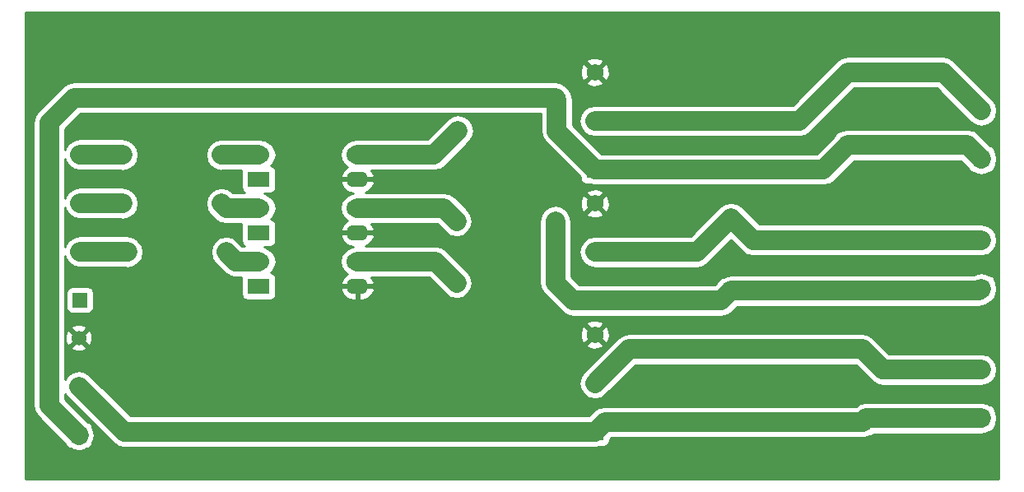
<source format=gbr>
G04 #@! TF.FileFunction,Copper,L1,Top,Signal*
%FSLAX46Y46*%
G04 Gerber Fmt 4.6, Leading zero omitted, Abs format (unit mm)*
G04 Created by KiCad (PCBNEW 4.0.7-e1-6374~58~ubuntu14.04.1) date Fri Aug 18 16:55:42 2017*
%MOMM*%
%LPD*%
G01*
G04 APERTURE LIST*
%ADD10C,0.100000*%
%ADD11C,1.524000*%
%ADD12R,1.562100X1.562100*%
%ADD13C,1.562100*%
%ADD14R,1.524000X1.524000*%
%ADD15R,1.750000X1.750000*%
%ADD16C,1.750000*%
%ADD17R,2.286000X1.574800*%
%ADD18O,2.286000X1.574800*%
%ADD19C,2.000000*%
%ADD20C,0.254000*%
G04 APERTURE END LIST*
D10*
D11*
X167580000Y-140500000D03*
X157420000Y-140500000D03*
X167580000Y-145500000D03*
X157420000Y-145500000D03*
X168080000Y-150500000D03*
X157920000Y-150500000D03*
X191920000Y-138000000D03*
X202080000Y-138000000D03*
X191770000Y-147320000D03*
X201930000Y-147320000D03*
X191770000Y-153670000D03*
X201930000Y-153670000D03*
D12*
X232000000Y-139493000D03*
D13*
X232000000Y-132000000D03*
D12*
X220000000Y-154493000D03*
D13*
X220000000Y-147000000D03*
D12*
X233500000Y-167993000D03*
D13*
X233500000Y-160500000D03*
D14*
X245745000Y-167600000D03*
D11*
X245745000Y-162600000D03*
D14*
X245745000Y-140930000D03*
D11*
X245745000Y-135930000D03*
D14*
X245745000Y-154265000D03*
D11*
X245745000Y-149265000D03*
D14*
X153035000Y-155455000D03*
D11*
X153035000Y-150455000D03*
X153035000Y-145455000D03*
X153035000Y-140455000D03*
D14*
X152908000Y-169338000D03*
D11*
X152908000Y-164338000D03*
X152908000Y-159338000D03*
D15*
X206000000Y-142000000D03*
D16*
X206000000Y-137000000D03*
X206000000Y-132000000D03*
D15*
X206000000Y-155500000D03*
D16*
X206000000Y-150500000D03*
X206000000Y-145500000D03*
D15*
X206000000Y-169000000D03*
D16*
X206000000Y-164000000D03*
X206000000Y-159000000D03*
D17*
X171420000Y-154020000D03*
D18*
X171420000Y-151480000D03*
X181580000Y-151480000D03*
X181580000Y-154020000D03*
D17*
X171420000Y-148520000D03*
D18*
X171420000Y-145980000D03*
X181580000Y-145980000D03*
X181580000Y-148520000D03*
D17*
X171420000Y-143020000D03*
D18*
X171420000Y-140480000D03*
X181580000Y-140480000D03*
X181580000Y-143020000D03*
D19*
X245745000Y-149265000D02*
X222265000Y-149265000D01*
X222265000Y-149265000D02*
X220000000Y-147000000D01*
X206000000Y-150500000D02*
X216500000Y-150500000D01*
X216500000Y-150500000D02*
X220000000Y-147000000D01*
X181580000Y-151480000D02*
X189580000Y-151480000D01*
X189580000Y-151480000D02*
X191770000Y-153670000D01*
X206000000Y-169000000D02*
X157570000Y-169000000D01*
X157570000Y-169000000D02*
X152908000Y-164338000D01*
X201930000Y-147320000D02*
X201930000Y-153670000D01*
X201930000Y-153670000D02*
X203760000Y-155500000D01*
X203760000Y-155500000D02*
X206000000Y-155500000D01*
X220000000Y-154493000D02*
X245517000Y-154493000D01*
X245517000Y-154493000D02*
X245745000Y-154265000D01*
X245745000Y-167600000D02*
X233893000Y-167600000D01*
X233893000Y-167600000D02*
X233500000Y-167993000D01*
X233500000Y-167993000D02*
X207007000Y-167993000D01*
X207007000Y-167993000D02*
X206000000Y-169000000D01*
X206000000Y-155500000D02*
X218993000Y-155500000D01*
X218993000Y-155500000D02*
X220000000Y-154493000D01*
X202080000Y-138000000D02*
X202080000Y-134770000D01*
X149860000Y-166290000D02*
X152908000Y-169338000D01*
X149860000Y-137160000D02*
X149860000Y-166290000D01*
X152400000Y-134620000D02*
X149860000Y-137160000D01*
X201930000Y-134620000D02*
X152400000Y-134620000D01*
X202080000Y-134770000D02*
X201930000Y-134620000D01*
X202080000Y-138000000D02*
X202080000Y-138080000D01*
X202080000Y-138080000D02*
X206000000Y-142000000D01*
X206000000Y-142000000D02*
X229493000Y-142000000D01*
X229493000Y-142000000D02*
X232000000Y-139493000D01*
X232000000Y-139493000D02*
X244308000Y-139493000D01*
X244308000Y-139493000D02*
X245745000Y-140930000D01*
X153035000Y-150455000D02*
X157875000Y-150455000D01*
X157875000Y-150455000D02*
X157920000Y-150500000D01*
X153035000Y-145455000D02*
X157375000Y-145455000D01*
X157375000Y-145455000D02*
X157420000Y-145500000D01*
X153035000Y-140455000D02*
X157375000Y-140455000D01*
X157375000Y-140455000D02*
X157420000Y-140500000D01*
X245745000Y-162600000D02*
X235600000Y-162600000D01*
X235600000Y-162600000D02*
X233500000Y-160500000D01*
X233500000Y-160500000D02*
X209500000Y-160500000D01*
X209500000Y-160500000D02*
X206000000Y-164000000D01*
X206000000Y-137000000D02*
X227000000Y-137000000D01*
X227000000Y-137000000D02*
X232000000Y-132000000D01*
X232000000Y-132000000D02*
X241815000Y-132000000D01*
X241815000Y-132000000D02*
X245745000Y-135930000D01*
X171420000Y-145980000D02*
X168060000Y-145980000D01*
X168060000Y-145980000D02*
X167580000Y-145500000D01*
X171420000Y-151480000D02*
X169060000Y-151480000D01*
X169060000Y-151480000D02*
X168080000Y-150500000D01*
X171420000Y-140480000D02*
X167600000Y-140480000D01*
X167600000Y-140480000D02*
X167580000Y-140500000D01*
X181580000Y-140480000D02*
X189440000Y-140480000D01*
X189440000Y-140480000D02*
X191920000Y-138000000D01*
X181580000Y-145980000D02*
X190430000Y-145980000D01*
X190430000Y-145980000D02*
X191770000Y-147320000D01*
D20*
G36*
X247523000Y-173863000D02*
X147447000Y-173863000D01*
X147447000Y-137160000D01*
X148224999Y-137160000D01*
X148225000Y-137160005D01*
X148225000Y-166289995D01*
X148224999Y-166290000D01*
X148349457Y-166915688D01*
X148703880Y-167446120D01*
X151531194Y-170273434D01*
X151542838Y-170335317D01*
X151681910Y-170551441D01*
X151894110Y-170696431D01*
X152124478Y-170743082D01*
X152282312Y-170848543D01*
X152908000Y-170973001D01*
X153533688Y-170848543D01*
X153690879Y-170743511D01*
X153905317Y-170703162D01*
X154121441Y-170564090D01*
X154266431Y-170351890D01*
X154313082Y-170121522D01*
X154418543Y-169963688D01*
X154543001Y-169338000D01*
X154418543Y-168712312D01*
X154313511Y-168555121D01*
X154273162Y-168340683D01*
X154134090Y-168124559D01*
X153921890Y-167979569D01*
X153846553Y-167964313D01*
X151495000Y-165612760D01*
X151495000Y-165109672D01*
X151751880Y-165494120D01*
X156413878Y-170156117D01*
X156413880Y-170156120D01*
X156885778Y-170471431D01*
X156944313Y-170510543D01*
X157570000Y-170635001D01*
X157570005Y-170635000D01*
X205999995Y-170635000D01*
X206000000Y-170635001D01*
X206565878Y-170522440D01*
X206875000Y-170522440D01*
X207110317Y-170478162D01*
X207326441Y-170339090D01*
X207471431Y-170126890D01*
X207522440Y-169875000D01*
X207522440Y-169789800D01*
X207684240Y-169628000D01*
X233499995Y-169628000D01*
X233500000Y-169628001D01*
X234125688Y-169503543D01*
X234248489Y-169421490D01*
X234281050Y-169421490D01*
X234516367Y-169377212D01*
X234732491Y-169238140D01*
X234734636Y-169235000D01*
X245745000Y-169235000D01*
X246370687Y-169110543D01*
X246527878Y-169005511D01*
X246742317Y-168965162D01*
X246958441Y-168826090D01*
X247103431Y-168613890D01*
X247150082Y-168383521D01*
X247255543Y-168225687D01*
X247380000Y-167600000D01*
X247255543Y-166974313D01*
X247150511Y-166817122D01*
X247110162Y-166602683D01*
X246971090Y-166386559D01*
X246758890Y-166241569D01*
X246528521Y-166194918D01*
X246370687Y-166089457D01*
X245745000Y-165965000D01*
X233893005Y-165965000D01*
X233893000Y-165964999D01*
X233267312Y-166089457D01*
X232865409Y-166358000D01*
X207007005Y-166358000D01*
X207007000Y-166357999D01*
X206381312Y-166482457D01*
X205850880Y-166836880D01*
X205322760Y-167365000D01*
X158247239Y-167365000D01*
X154882240Y-164000000D01*
X204364999Y-164000000D01*
X204489457Y-164625688D01*
X204843880Y-165156120D01*
X205374312Y-165510543D01*
X206000000Y-165635001D01*
X206625688Y-165510543D01*
X207156120Y-165156120D01*
X210177239Y-162135000D01*
X232822760Y-162135000D01*
X234443878Y-163756117D01*
X234443880Y-163756120D01*
X234974313Y-164110543D01*
X235600000Y-164235000D01*
X245745000Y-164235000D01*
X246370687Y-164110543D01*
X246901120Y-163756120D01*
X247255543Y-163225687D01*
X247380000Y-162600000D01*
X247255543Y-161974313D01*
X246901120Y-161443880D01*
X246370687Y-161089457D01*
X245745000Y-160965000D01*
X236277239Y-160965000D01*
X234656120Y-159343880D01*
X234125688Y-158989457D01*
X233500000Y-158864999D01*
X233499995Y-158865000D01*
X209500000Y-158865000D01*
X208874313Y-158989457D01*
X208343880Y-159343880D01*
X208343878Y-159343883D01*
X204843880Y-162843880D01*
X204489457Y-163374312D01*
X204364999Y-164000000D01*
X154882240Y-164000000D01*
X154064120Y-163181880D01*
X153533688Y-162827457D01*
X152908000Y-162702999D01*
X152282312Y-162827457D01*
X151751880Y-163181880D01*
X151495000Y-163566328D01*
X151495000Y-160318213D01*
X152107392Y-160318213D01*
X152176857Y-160560397D01*
X152700302Y-160747144D01*
X153255368Y-160719362D01*
X153639143Y-160560397D01*
X153708608Y-160318213D01*
X152908000Y-159517605D01*
X152107392Y-160318213D01*
X151495000Y-160318213D01*
X151495000Y-159130302D01*
X151498856Y-159130302D01*
X151526638Y-159685368D01*
X151685603Y-160069143D01*
X151927787Y-160138608D01*
X152728395Y-159338000D01*
X153087605Y-159338000D01*
X153888213Y-160138608D01*
X154130397Y-160069143D01*
X154132923Y-160062060D01*
X205117545Y-160062060D01*
X205200884Y-160315953D01*
X205765306Y-160521590D01*
X206365458Y-160495579D01*
X206799116Y-160315953D01*
X206882455Y-160062060D01*
X206000000Y-159179605D01*
X205117545Y-160062060D01*
X154132923Y-160062060D01*
X154317144Y-159545698D01*
X154289362Y-158990632D01*
X154196029Y-158765306D01*
X204478410Y-158765306D01*
X204504421Y-159365458D01*
X204684047Y-159799116D01*
X204937940Y-159882455D01*
X205820395Y-159000000D01*
X206179605Y-159000000D01*
X207062060Y-159882455D01*
X207315953Y-159799116D01*
X207521590Y-159234694D01*
X207495579Y-158634542D01*
X207315953Y-158200884D01*
X207062060Y-158117545D01*
X206179605Y-159000000D01*
X205820395Y-159000000D01*
X204937940Y-158117545D01*
X204684047Y-158200884D01*
X204478410Y-158765306D01*
X154196029Y-158765306D01*
X154130397Y-158606857D01*
X153888213Y-158537392D01*
X153087605Y-159338000D01*
X152728395Y-159338000D01*
X151927787Y-158537392D01*
X151685603Y-158606857D01*
X151498856Y-159130302D01*
X151495000Y-159130302D01*
X151495000Y-158357787D01*
X152107392Y-158357787D01*
X152908000Y-159158395D01*
X153708608Y-158357787D01*
X153639143Y-158115603D01*
X153141161Y-157937940D01*
X205117545Y-157937940D01*
X206000000Y-158820395D01*
X206882455Y-157937940D01*
X206799116Y-157684047D01*
X206234694Y-157478410D01*
X205634542Y-157504421D01*
X205200884Y-157684047D01*
X205117545Y-157937940D01*
X153141161Y-157937940D01*
X153115698Y-157928856D01*
X152560632Y-157956638D01*
X152176857Y-158115603D01*
X152107392Y-158357787D01*
X151495000Y-158357787D01*
X151495000Y-154693000D01*
X151625560Y-154693000D01*
X151625560Y-156217000D01*
X151669838Y-156452317D01*
X151808910Y-156668441D01*
X152021110Y-156813431D01*
X152273000Y-156864440D01*
X153797000Y-156864440D01*
X154032317Y-156820162D01*
X154248441Y-156681090D01*
X154393431Y-156468890D01*
X154444440Y-156217000D01*
X154444440Y-154693000D01*
X154400162Y-154457683D01*
X154261090Y-154241559D01*
X154048890Y-154096569D01*
X153797000Y-154045560D01*
X152273000Y-154045560D01*
X152037683Y-154089838D01*
X151821559Y-154228910D01*
X151676569Y-154441110D01*
X151625560Y-154693000D01*
X151495000Y-154693000D01*
X151495000Y-150932597D01*
X151524457Y-151080687D01*
X151878880Y-151611120D01*
X152409313Y-151965543D01*
X153035000Y-152090000D01*
X157693767Y-152090000D01*
X157920000Y-152135001D01*
X158545688Y-152010543D01*
X159076120Y-151656120D01*
X159430543Y-151125688D01*
X159555001Y-150500000D01*
X159430543Y-149874313D01*
X159076120Y-149343881D01*
X159031120Y-149298880D01*
X158500688Y-148944457D01*
X157875000Y-148819999D01*
X157874995Y-148820000D01*
X153035000Y-148820000D01*
X152409313Y-148944457D01*
X151878880Y-149298880D01*
X151524457Y-149829313D01*
X151495000Y-149977403D01*
X151495000Y-145932597D01*
X151524457Y-146080687D01*
X151878880Y-146611120D01*
X152409313Y-146965543D01*
X153035000Y-147090000D01*
X157193767Y-147090000D01*
X157420000Y-147135001D01*
X158045688Y-147010543D01*
X158576120Y-146656120D01*
X158930543Y-146125688D01*
X159055001Y-145500000D01*
X158930543Y-144874313D01*
X158576120Y-144343881D01*
X158531120Y-144298880D01*
X158000688Y-143944457D01*
X157375000Y-143819999D01*
X157374995Y-143820000D01*
X153035000Y-143820000D01*
X152409313Y-143944457D01*
X151878880Y-144298880D01*
X151524457Y-144829313D01*
X151495000Y-144977403D01*
X151495000Y-140932597D01*
X151524457Y-141080687D01*
X151878880Y-141611120D01*
X152409313Y-141965543D01*
X153035000Y-142090000D01*
X157193767Y-142090000D01*
X157420000Y-142135001D01*
X158045688Y-142010543D01*
X158576120Y-141656120D01*
X158930543Y-141125688D01*
X159055001Y-140500000D01*
X165944999Y-140500000D01*
X166069457Y-141125688D01*
X166423880Y-141656120D01*
X166954312Y-142010543D01*
X167580000Y-142135001D01*
X167680551Y-142115000D01*
X169653375Y-142115000D01*
X169629560Y-142232600D01*
X169629560Y-143807400D01*
X169673838Y-144042717D01*
X169812910Y-144258841D01*
X169939008Y-144345000D01*
X168737240Y-144345000D01*
X168736120Y-144343880D01*
X168205688Y-143989457D01*
X167580000Y-143864999D01*
X166954312Y-143989457D01*
X166423880Y-144343880D01*
X166069457Y-144874312D01*
X165944999Y-145500000D01*
X166069457Y-146125688D01*
X166423880Y-146656120D01*
X166903878Y-147136117D01*
X166903880Y-147136120D01*
X167419597Y-147480710D01*
X167434313Y-147490543D01*
X168060000Y-147615001D01*
X168060005Y-147615000D01*
X169653375Y-147615000D01*
X169629560Y-147732600D01*
X169629560Y-149307400D01*
X169673838Y-149542717D01*
X169812910Y-149758841D01*
X169939008Y-149845000D01*
X169737239Y-149845000D01*
X169236120Y-149343880D01*
X168705688Y-148989457D01*
X168080000Y-148864999D01*
X167454312Y-148989457D01*
X166923880Y-149343880D01*
X166569457Y-149874312D01*
X166444999Y-150500000D01*
X166569457Y-151125688D01*
X166923880Y-151656120D01*
X167903878Y-152636117D01*
X167903880Y-152636120D01*
X168221851Y-152848581D01*
X168434312Y-152990543D01*
X169060000Y-153115000D01*
X169653375Y-153115000D01*
X169629560Y-153232600D01*
X169629560Y-154807400D01*
X169673838Y-155042717D01*
X169812910Y-155258841D01*
X170025110Y-155403831D01*
X170277000Y-155454840D01*
X172563000Y-155454840D01*
X172798317Y-155410562D01*
X173014441Y-155271490D01*
X173159431Y-155059290D01*
X173210440Y-154807400D01*
X173210440Y-154367060D01*
X179844990Y-154367060D01*
X179861673Y-154446996D01*
X180128809Y-154935986D01*
X180562738Y-155285525D01*
X181097400Y-155442400D01*
X181453000Y-155442400D01*
X181453000Y-154147000D01*
X181707000Y-154147000D01*
X181707000Y-155442400D01*
X182062600Y-155442400D01*
X182597262Y-155285525D01*
X183031191Y-154935986D01*
X183298327Y-154446996D01*
X183315010Y-154367060D01*
X183192852Y-154147000D01*
X181707000Y-154147000D01*
X181453000Y-154147000D01*
X179967148Y-154147000D01*
X179844990Y-154367060D01*
X173210440Y-154367060D01*
X173210440Y-153232600D01*
X173166162Y-152997283D01*
X173027090Y-152781159D01*
X172814890Y-152636169D01*
X172643197Y-152601400D01*
X172816222Y-152485789D01*
X173124559Y-152024329D01*
X173232833Y-151480000D01*
X179767167Y-151480000D01*
X179875441Y-152024329D01*
X180183778Y-152485789D01*
X180578830Y-152749754D01*
X180562738Y-152754475D01*
X180128809Y-153104014D01*
X179861673Y-153593004D01*
X179844990Y-153672940D01*
X179967148Y-153893000D01*
X181453000Y-153893000D01*
X181453000Y-153873000D01*
X181707000Y-153873000D01*
X181707000Y-153893000D01*
X183192852Y-153893000D01*
X183315010Y-153672940D01*
X183298327Y-153593004D01*
X183037193Y-153115000D01*
X188902760Y-153115000D01*
X190613881Y-154826120D01*
X191144313Y-155180543D01*
X191770000Y-155305001D01*
X192395688Y-155180543D01*
X192926120Y-154826120D01*
X193280543Y-154295688D01*
X193405001Y-153670000D01*
X200294999Y-153670000D01*
X200419457Y-154295688D01*
X200773880Y-154826120D01*
X202603878Y-156656117D01*
X202603880Y-156656120D01*
X202839313Y-156813431D01*
X203134312Y-157010543D01*
X203760000Y-157135001D01*
X203760005Y-157135000D01*
X218992995Y-157135000D01*
X218993000Y-157135001D01*
X219618688Y-157010543D01*
X220149120Y-156656120D01*
X220677240Y-156128000D01*
X245516995Y-156128000D01*
X245517000Y-156128001D01*
X246142688Y-156003543D01*
X246673120Y-155649120D01*
X246680434Y-155641806D01*
X246742317Y-155630162D01*
X246958441Y-155491090D01*
X247103431Y-155278890D01*
X247150082Y-155048521D01*
X247255543Y-154890687D01*
X247380001Y-154265000D01*
X247255543Y-153639312D01*
X247150511Y-153482121D01*
X247110162Y-153267683D01*
X246971090Y-153051559D01*
X246758890Y-152906569D01*
X246528522Y-152859918D01*
X246370688Y-152754457D01*
X245745000Y-152629999D01*
X245119313Y-152754457D01*
X244964350Y-152858000D01*
X220000005Y-152858000D01*
X220000000Y-152857999D01*
X219374312Y-152982457D01*
X219251511Y-153064510D01*
X219218950Y-153064510D01*
X218983633Y-153108788D01*
X218767509Y-153247860D01*
X218622519Y-153460060D01*
X218597588Y-153583172D01*
X218315760Y-153865000D01*
X204437239Y-153865000D01*
X203565000Y-152992760D01*
X203565000Y-150500000D01*
X204365000Y-150500000D01*
X204489457Y-151125687D01*
X204843880Y-151656120D01*
X205374313Y-152010543D01*
X206000000Y-152135000D01*
X216499995Y-152135000D01*
X216500000Y-152135001D01*
X217125688Y-152010543D01*
X217656120Y-151656120D01*
X220000000Y-149312239D01*
X221108878Y-150421117D01*
X221108880Y-150421120D01*
X221188337Y-150474211D01*
X221639313Y-150775543D01*
X222265000Y-150900001D01*
X222265005Y-150900000D01*
X245745000Y-150900000D01*
X246370687Y-150775543D01*
X246901120Y-150421120D01*
X247255543Y-149890687D01*
X247380000Y-149265000D01*
X247255543Y-148639313D01*
X246901120Y-148108880D01*
X246370687Y-147754457D01*
X245745000Y-147630000D01*
X222942239Y-147630000D01*
X221156120Y-145843880D01*
X220625688Y-145489457D01*
X220000000Y-145364999D01*
X219374312Y-145489457D01*
X218843880Y-145843880D01*
X218843878Y-145843883D01*
X215822760Y-148865000D01*
X206000000Y-148865000D01*
X205374313Y-148989457D01*
X204843880Y-149343880D01*
X204489457Y-149874313D01*
X204365000Y-150500000D01*
X203565000Y-150500000D01*
X203565000Y-147320000D01*
X203440543Y-146694313D01*
X203352175Y-146562060D01*
X205117545Y-146562060D01*
X205200884Y-146815953D01*
X205765306Y-147021590D01*
X206365458Y-146995579D01*
X206799116Y-146815953D01*
X206882455Y-146562060D01*
X206000000Y-145679605D01*
X205117545Y-146562060D01*
X203352175Y-146562060D01*
X203086120Y-146163880D01*
X202555687Y-145809457D01*
X201930000Y-145685000D01*
X201304313Y-145809457D01*
X200773880Y-146163880D01*
X200419457Y-146694313D01*
X200295000Y-147320000D01*
X200295000Y-153669995D01*
X200294999Y-153670000D01*
X193405001Y-153670000D01*
X193280543Y-153044313D01*
X192926120Y-152513881D01*
X190736120Y-150323880D01*
X190205688Y-149969457D01*
X189580000Y-149844999D01*
X189579995Y-149845000D01*
X182394559Y-149845000D01*
X182597262Y-149785525D01*
X183031191Y-149435986D01*
X183298327Y-148946996D01*
X183315010Y-148867060D01*
X183192852Y-148647000D01*
X181707000Y-148647000D01*
X181707000Y-148667000D01*
X181453000Y-148667000D01*
X181453000Y-148647000D01*
X179967148Y-148647000D01*
X179844990Y-148867060D01*
X179861673Y-148946996D01*
X180128809Y-149435986D01*
X180562738Y-149785525D01*
X181094547Y-149941563D01*
X180954313Y-149969457D01*
X180666760Y-150161593D01*
X180645238Y-150165874D01*
X180183778Y-150474211D01*
X179875441Y-150935671D01*
X179767167Y-151480000D01*
X173232833Y-151480000D01*
X173124559Y-150935671D01*
X172816222Y-150474211D01*
X172354762Y-150165874D01*
X172333240Y-150161593D01*
X172045687Y-149969457D01*
X171972202Y-149954840D01*
X172563000Y-149954840D01*
X172798317Y-149910562D01*
X173014441Y-149771490D01*
X173159431Y-149559290D01*
X173210440Y-149307400D01*
X173210440Y-147732600D01*
X173166162Y-147497283D01*
X173027090Y-147281159D01*
X172814890Y-147136169D01*
X172643197Y-147101400D01*
X172816222Y-146985789D01*
X173124559Y-146524329D01*
X173232833Y-145980000D01*
X179767167Y-145980000D01*
X179875441Y-146524329D01*
X180183778Y-146985789D01*
X180578830Y-147249754D01*
X180562738Y-147254475D01*
X180128809Y-147604014D01*
X179861673Y-148093004D01*
X179844990Y-148172940D01*
X179967148Y-148393000D01*
X181453000Y-148393000D01*
X181453000Y-148373000D01*
X181707000Y-148373000D01*
X181707000Y-148393000D01*
X183192852Y-148393000D01*
X183315010Y-148172940D01*
X183298327Y-148093004D01*
X183037193Y-147615000D01*
X189752760Y-147615000D01*
X190613880Y-148476119D01*
X191144312Y-148830543D01*
X191770000Y-148955000D01*
X192395688Y-148830543D01*
X192926119Y-148476119D01*
X193280543Y-147945688D01*
X193405000Y-147320000D01*
X193280543Y-146694312D01*
X192926119Y-146163880D01*
X192027546Y-145265306D01*
X204478410Y-145265306D01*
X204504421Y-145865458D01*
X204684047Y-146299116D01*
X204937940Y-146382455D01*
X205820395Y-145500000D01*
X206179605Y-145500000D01*
X207062060Y-146382455D01*
X207315953Y-146299116D01*
X207521590Y-145734694D01*
X207495579Y-145134542D01*
X207315953Y-144700884D01*
X207062060Y-144617545D01*
X206179605Y-145500000D01*
X205820395Y-145500000D01*
X204937940Y-144617545D01*
X204684047Y-144700884D01*
X204478410Y-145265306D01*
X192027546Y-145265306D01*
X191586120Y-144823880D01*
X191055688Y-144469457D01*
X190897243Y-144437940D01*
X205117545Y-144437940D01*
X206000000Y-145320395D01*
X206882455Y-144437940D01*
X206799116Y-144184047D01*
X206234694Y-143978410D01*
X205634542Y-144004421D01*
X205200884Y-144184047D01*
X205117545Y-144437940D01*
X190897243Y-144437940D01*
X190430000Y-144344999D01*
X190429995Y-144345000D01*
X182394559Y-144345000D01*
X182597262Y-144285525D01*
X183031191Y-143935986D01*
X183298327Y-143446996D01*
X183315010Y-143367060D01*
X183192852Y-143147000D01*
X181707000Y-143147000D01*
X181707000Y-143167000D01*
X181453000Y-143167000D01*
X181453000Y-143147000D01*
X179967148Y-143147000D01*
X179844990Y-143367060D01*
X179861673Y-143446996D01*
X180128809Y-143935986D01*
X180562738Y-144285525D01*
X181094547Y-144441563D01*
X180954313Y-144469457D01*
X180666760Y-144661593D01*
X180645238Y-144665874D01*
X180183778Y-144974211D01*
X179875441Y-145435671D01*
X179767167Y-145980000D01*
X173232833Y-145980000D01*
X173124559Y-145435671D01*
X172816222Y-144974211D01*
X172354762Y-144665874D01*
X172333240Y-144661593D01*
X172045687Y-144469457D01*
X171972202Y-144454840D01*
X172563000Y-144454840D01*
X172798317Y-144410562D01*
X173014441Y-144271490D01*
X173159431Y-144059290D01*
X173210440Y-143807400D01*
X173210440Y-142232600D01*
X173166162Y-141997283D01*
X173027090Y-141781159D01*
X172814890Y-141636169D01*
X172643197Y-141601400D01*
X172816222Y-141485789D01*
X173124559Y-141024329D01*
X173232833Y-140480000D01*
X179767167Y-140480000D01*
X179875441Y-141024329D01*
X180183778Y-141485789D01*
X180578830Y-141749754D01*
X180562738Y-141754475D01*
X180128809Y-142104014D01*
X179861673Y-142593004D01*
X179844990Y-142672940D01*
X179967148Y-142893000D01*
X181453000Y-142893000D01*
X181453000Y-142873000D01*
X181707000Y-142873000D01*
X181707000Y-142893000D01*
X183192852Y-142893000D01*
X183315010Y-142672940D01*
X183298327Y-142593004D01*
X183037193Y-142115000D01*
X189439995Y-142115000D01*
X189440000Y-142115001D01*
X190065688Y-141990543D01*
X190596120Y-141636120D01*
X193076120Y-139156119D01*
X193430543Y-138625687D01*
X193555001Y-138000000D01*
X193430543Y-137374312D01*
X193076120Y-136843880D01*
X192545688Y-136489457D01*
X191920000Y-136364999D01*
X191294313Y-136489457D01*
X190763881Y-136843880D01*
X188762760Y-138845000D01*
X181580000Y-138845000D01*
X180954313Y-138969457D01*
X180666760Y-139161593D01*
X180645238Y-139165874D01*
X180183778Y-139474211D01*
X179875441Y-139935671D01*
X179767167Y-140480000D01*
X173232833Y-140480000D01*
X173124559Y-139935671D01*
X172816222Y-139474211D01*
X172354762Y-139165874D01*
X172333240Y-139161593D01*
X172045687Y-138969457D01*
X171420000Y-138845000D01*
X167600000Y-138845000D01*
X166974312Y-138969457D01*
X166761851Y-139111419D01*
X166443880Y-139323880D01*
X166443878Y-139323883D01*
X166423880Y-139343880D01*
X166069457Y-139874312D01*
X165944999Y-140500000D01*
X159055001Y-140500000D01*
X158930543Y-139874313D01*
X158576120Y-139343881D01*
X158531120Y-139298880D01*
X158000688Y-138944457D01*
X157375000Y-138819999D01*
X157374995Y-138820000D01*
X153035000Y-138820000D01*
X152409313Y-138944457D01*
X151878880Y-139298880D01*
X151524457Y-139829313D01*
X151495000Y-139977403D01*
X151495000Y-137837240D01*
X153077239Y-136255000D01*
X200445000Y-136255000D01*
X200445000Y-138079995D01*
X200444999Y-138080000D01*
X200569457Y-138705688D01*
X200923880Y-139236120D01*
X204477560Y-142789799D01*
X204477560Y-142875000D01*
X204521838Y-143110317D01*
X204660910Y-143326441D01*
X204873110Y-143471431D01*
X205125000Y-143522440D01*
X205434122Y-143522440D01*
X206000000Y-143635000D01*
X229492995Y-143635000D01*
X229493000Y-143635001D01*
X230118688Y-143510543D01*
X230649120Y-143156120D01*
X232677239Y-141128000D01*
X243630760Y-141128000D01*
X244368194Y-141865434D01*
X244379838Y-141927317D01*
X244518910Y-142143441D01*
X244731110Y-142288431D01*
X244961478Y-142335082D01*
X245119312Y-142440543D01*
X245745000Y-142565001D01*
X246370688Y-142440543D01*
X246527879Y-142335511D01*
X246742317Y-142295162D01*
X246958441Y-142156090D01*
X247103431Y-141943890D01*
X247150082Y-141713522D01*
X247255543Y-141555688D01*
X247380001Y-140930000D01*
X247255543Y-140304312D01*
X247150511Y-140147121D01*
X247110162Y-139932683D01*
X246971090Y-139716559D01*
X246758890Y-139571569D01*
X246683553Y-139556313D01*
X245464120Y-138336880D01*
X244933688Y-137982457D01*
X244308000Y-137857999D01*
X244307995Y-137858000D01*
X232000000Y-137858000D01*
X231374313Y-137982457D01*
X231251512Y-138064510D01*
X231218950Y-138064510D01*
X230983633Y-138108788D01*
X230767509Y-138247860D01*
X230622519Y-138460060D01*
X230597588Y-138583173D01*
X228815760Y-140365000D01*
X206677239Y-140365000D01*
X203715000Y-137402760D01*
X203715000Y-137000000D01*
X204365000Y-137000000D01*
X204489457Y-137625687D01*
X204843880Y-138156120D01*
X205374313Y-138510543D01*
X206000000Y-138635000D01*
X226999995Y-138635000D01*
X227000000Y-138635001D01*
X227625688Y-138510543D01*
X228156120Y-138156120D01*
X232677239Y-133635000D01*
X241137760Y-133635000D01*
X244588880Y-137086119D01*
X245119312Y-137440543D01*
X245745000Y-137565000D01*
X246370687Y-137440543D01*
X246901119Y-137086119D01*
X247255543Y-136555687D01*
X247380000Y-135930000D01*
X247255543Y-135304312D01*
X246901119Y-134773880D01*
X242971120Y-130843880D01*
X242440688Y-130489457D01*
X241815000Y-130364999D01*
X241814995Y-130365000D01*
X232000005Y-130365000D01*
X232000000Y-130364999D01*
X231374312Y-130489457D01*
X231109097Y-130666668D01*
X230843880Y-130843880D01*
X230843878Y-130843883D01*
X226322760Y-135365000D01*
X206000000Y-135365000D01*
X205374313Y-135489457D01*
X204843880Y-135843880D01*
X204489457Y-136374313D01*
X204365000Y-137000000D01*
X203715000Y-137000000D01*
X203715000Y-134770005D01*
X203715001Y-134770000D01*
X203590543Y-134144312D01*
X203236120Y-133613880D01*
X203086120Y-133463880D01*
X202555688Y-133109457D01*
X202317409Y-133062060D01*
X205117545Y-133062060D01*
X205200884Y-133315953D01*
X205765306Y-133521590D01*
X206365458Y-133495579D01*
X206799116Y-133315953D01*
X206882455Y-133062060D01*
X206000000Y-132179605D01*
X205117545Y-133062060D01*
X202317409Y-133062060D01*
X201930000Y-132984999D01*
X201929995Y-132985000D01*
X152400000Y-132985000D01*
X151774313Y-133109457D01*
X151243880Y-133463880D01*
X151243878Y-133463883D01*
X148703880Y-136003880D01*
X148349457Y-136534312D01*
X148224999Y-137160000D01*
X147447000Y-137160000D01*
X147447000Y-131765306D01*
X204478410Y-131765306D01*
X204504421Y-132365458D01*
X204684047Y-132799116D01*
X204937940Y-132882455D01*
X205820395Y-132000000D01*
X206179605Y-132000000D01*
X207062060Y-132882455D01*
X207315953Y-132799116D01*
X207521590Y-132234694D01*
X207495579Y-131634542D01*
X207315953Y-131200884D01*
X207062060Y-131117545D01*
X206179605Y-132000000D01*
X205820395Y-132000000D01*
X204937940Y-131117545D01*
X204684047Y-131200884D01*
X204478410Y-131765306D01*
X147447000Y-131765306D01*
X147447000Y-130937940D01*
X205117545Y-130937940D01*
X206000000Y-131820395D01*
X206882455Y-130937940D01*
X206799116Y-130684047D01*
X206234694Y-130478410D01*
X205634542Y-130504421D01*
X205200884Y-130684047D01*
X205117545Y-130937940D01*
X147447000Y-130937940D01*
X147447000Y-125857000D01*
X247523000Y-125857000D01*
X247523000Y-173863000D01*
X247523000Y-173863000D01*
G37*
X247523000Y-173863000D02*
X147447000Y-173863000D01*
X147447000Y-137160000D01*
X148224999Y-137160000D01*
X148225000Y-137160005D01*
X148225000Y-166289995D01*
X148224999Y-166290000D01*
X148349457Y-166915688D01*
X148703880Y-167446120D01*
X151531194Y-170273434D01*
X151542838Y-170335317D01*
X151681910Y-170551441D01*
X151894110Y-170696431D01*
X152124478Y-170743082D01*
X152282312Y-170848543D01*
X152908000Y-170973001D01*
X153533688Y-170848543D01*
X153690879Y-170743511D01*
X153905317Y-170703162D01*
X154121441Y-170564090D01*
X154266431Y-170351890D01*
X154313082Y-170121522D01*
X154418543Y-169963688D01*
X154543001Y-169338000D01*
X154418543Y-168712312D01*
X154313511Y-168555121D01*
X154273162Y-168340683D01*
X154134090Y-168124559D01*
X153921890Y-167979569D01*
X153846553Y-167964313D01*
X151495000Y-165612760D01*
X151495000Y-165109672D01*
X151751880Y-165494120D01*
X156413878Y-170156117D01*
X156413880Y-170156120D01*
X156885778Y-170471431D01*
X156944313Y-170510543D01*
X157570000Y-170635001D01*
X157570005Y-170635000D01*
X205999995Y-170635000D01*
X206000000Y-170635001D01*
X206565878Y-170522440D01*
X206875000Y-170522440D01*
X207110317Y-170478162D01*
X207326441Y-170339090D01*
X207471431Y-170126890D01*
X207522440Y-169875000D01*
X207522440Y-169789800D01*
X207684240Y-169628000D01*
X233499995Y-169628000D01*
X233500000Y-169628001D01*
X234125688Y-169503543D01*
X234248489Y-169421490D01*
X234281050Y-169421490D01*
X234516367Y-169377212D01*
X234732491Y-169238140D01*
X234734636Y-169235000D01*
X245745000Y-169235000D01*
X246370687Y-169110543D01*
X246527878Y-169005511D01*
X246742317Y-168965162D01*
X246958441Y-168826090D01*
X247103431Y-168613890D01*
X247150082Y-168383521D01*
X247255543Y-168225687D01*
X247380000Y-167600000D01*
X247255543Y-166974313D01*
X247150511Y-166817122D01*
X247110162Y-166602683D01*
X246971090Y-166386559D01*
X246758890Y-166241569D01*
X246528521Y-166194918D01*
X246370687Y-166089457D01*
X245745000Y-165965000D01*
X233893005Y-165965000D01*
X233893000Y-165964999D01*
X233267312Y-166089457D01*
X232865409Y-166358000D01*
X207007005Y-166358000D01*
X207007000Y-166357999D01*
X206381312Y-166482457D01*
X205850880Y-166836880D01*
X205322760Y-167365000D01*
X158247239Y-167365000D01*
X154882240Y-164000000D01*
X204364999Y-164000000D01*
X204489457Y-164625688D01*
X204843880Y-165156120D01*
X205374312Y-165510543D01*
X206000000Y-165635001D01*
X206625688Y-165510543D01*
X207156120Y-165156120D01*
X210177239Y-162135000D01*
X232822760Y-162135000D01*
X234443878Y-163756117D01*
X234443880Y-163756120D01*
X234974313Y-164110543D01*
X235600000Y-164235000D01*
X245745000Y-164235000D01*
X246370687Y-164110543D01*
X246901120Y-163756120D01*
X247255543Y-163225687D01*
X247380000Y-162600000D01*
X247255543Y-161974313D01*
X246901120Y-161443880D01*
X246370687Y-161089457D01*
X245745000Y-160965000D01*
X236277239Y-160965000D01*
X234656120Y-159343880D01*
X234125688Y-158989457D01*
X233500000Y-158864999D01*
X233499995Y-158865000D01*
X209500000Y-158865000D01*
X208874313Y-158989457D01*
X208343880Y-159343880D01*
X208343878Y-159343883D01*
X204843880Y-162843880D01*
X204489457Y-163374312D01*
X204364999Y-164000000D01*
X154882240Y-164000000D01*
X154064120Y-163181880D01*
X153533688Y-162827457D01*
X152908000Y-162702999D01*
X152282312Y-162827457D01*
X151751880Y-163181880D01*
X151495000Y-163566328D01*
X151495000Y-160318213D01*
X152107392Y-160318213D01*
X152176857Y-160560397D01*
X152700302Y-160747144D01*
X153255368Y-160719362D01*
X153639143Y-160560397D01*
X153708608Y-160318213D01*
X152908000Y-159517605D01*
X152107392Y-160318213D01*
X151495000Y-160318213D01*
X151495000Y-159130302D01*
X151498856Y-159130302D01*
X151526638Y-159685368D01*
X151685603Y-160069143D01*
X151927787Y-160138608D01*
X152728395Y-159338000D01*
X153087605Y-159338000D01*
X153888213Y-160138608D01*
X154130397Y-160069143D01*
X154132923Y-160062060D01*
X205117545Y-160062060D01*
X205200884Y-160315953D01*
X205765306Y-160521590D01*
X206365458Y-160495579D01*
X206799116Y-160315953D01*
X206882455Y-160062060D01*
X206000000Y-159179605D01*
X205117545Y-160062060D01*
X154132923Y-160062060D01*
X154317144Y-159545698D01*
X154289362Y-158990632D01*
X154196029Y-158765306D01*
X204478410Y-158765306D01*
X204504421Y-159365458D01*
X204684047Y-159799116D01*
X204937940Y-159882455D01*
X205820395Y-159000000D01*
X206179605Y-159000000D01*
X207062060Y-159882455D01*
X207315953Y-159799116D01*
X207521590Y-159234694D01*
X207495579Y-158634542D01*
X207315953Y-158200884D01*
X207062060Y-158117545D01*
X206179605Y-159000000D01*
X205820395Y-159000000D01*
X204937940Y-158117545D01*
X204684047Y-158200884D01*
X204478410Y-158765306D01*
X154196029Y-158765306D01*
X154130397Y-158606857D01*
X153888213Y-158537392D01*
X153087605Y-159338000D01*
X152728395Y-159338000D01*
X151927787Y-158537392D01*
X151685603Y-158606857D01*
X151498856Y-159130302D01*
X151495000Y-159130302D01*
X151495000Y-158357787D01*
X152107392Y-158357787D01*
X152908000Y-159158395D01*
X153708608Y-158357787D01*
X153639143Y-158115603D01*
X153141161Y-157937940D01*
X205117545Y-157937940D01*
X206000000Y-158820395D01*
X206882455Y-157937940D01*
X206799116Y-157684047D01*
X206234694Y-157478410D01*
X205634542Y-157504421D01*
X205200884Y-157684047D01*
X205117545Y-157937940D01*
X153141161Y-157937940D01*
X153115698Y-157928856D01*
X152560632Y-157956638D01*
X152176857Y-158115603D01*
X152107392Y-158357787D01*
X151495000Y-158357787D01*
X151495000Y-154693000D01*
X151625560Y-154693000D01*
X151625560Y-156217000D01*
X151669838Y-156452317D01*
X151808910Y-156668441D01*
X152021110Y-156813431D01*
X152273000Y-156864440D01*
X153797000Y-156864440D01*
X154032317Y-156820162D01*
X154248441Y-156681090D01*
X154393431Y-156468890D01*
X154444440Y-156217000D01*
X154444440Y-154693000D01*
X154400162Y-154457683D01*
X154261090Y-154241559D01*
X154048890Y-154096569D01*
X153797000Y-154045560D01*
X152273000Y-154045560D01*
X152037683Y-154089838D01*
X151821559Y-154228910D01*
X151676569Y-154441110D01*
X151625560Y-154693000D01*
X151495000Y-154693000D01*
X151495000Y-150932597D01*
X151524457Y-151080687D01*
X151878880Y-151611120D01*
X152409313Y-151965543D01*
X153035000Y-152090000D01*
X157693767Y-152090000D01*
X157920000Y-152135001D01*
X158545688Y-152010543D01*
X159076120Y-151656120D01*
X159430543Y-151125688D01*
X159555001Y-150500000D01*
X159430543Y-149874313D01*
X159076120Y-149343881D01*
X159031120Y-149298880D01*
X158500688Y-148944457D01*
X157875000Y-148819999D01*
X157874995Y-148820000D01*
X153035000Y-148820000D01*
X152409313Y-148944457D01*
X151878880Y-149298880D01*
X151524457Y-149829313D01*
X151495000Y-149977403D01*
X151495000Y-145932597D01*
X151524457Y-146080687D01*
X151878880Y-146611120D01*
X152409313Y-146965543D01*
X153035000Y-147090000D01*
X157193767Y-147090000D01*
X157420000Y-147135001D01*
X158045688Y-147010543D01*
X158576120Y-146656120D01*
X158930543Y-146125688D01*
X159055001Y-145500000D01*
X158930543Y-144874313D01*
X158576120Y-144343881D01*
X158531120Y-144298880D01*
X158000688Y-143944457D01*
X157375000Y-143819999D01*
X157374995Y-143820000D01*
X153035000Y-143820000D01*
X152409313Y-143944457D01*
X151878880Y-144298880D01*
X151524457Y-144829313D01*
X151495000Y-144977403D01*
X151495000Y-140932597D01*
X151524457Y-141080687D01*
X151878880Y-141611120D01*
X152409313Y-141965543D01*
X153035000Y-142090000D01*
X157193767Y-142090000D01*
X157420000Y-142135001D01*
X158045688Y-142010543D01*
X158576120Y-141656120D01*
X158930543Y-141125688D01*
X159055001Y-140500000D01*
X165944999Y-140500000D01*
X166069457Y-141125688D01*
X166423880Y-141656120D01*
X166954312Y-142010543D01*
X167580000Y-142135001D01*
X167680551Y-142115000D01*
X169653375Y-142115000D01*
X169629560Y-142232600D01*
X169629560Y-143807400D01*
X169673838Y-144042717D01*
X169812910Y-144258841D01*
X169939008Y-144345000D01*
X168737240Y-144345000D01*
X168736120Y-144343880D01*
X168205688Y-143989457D01*
X167580000Y-143864999D01*
X166954312Y-143989457D01*
X166423880Y-144343880D01*
X166069457Y-144874312D01*
X165944999Y-145500000D01*
X166069457Y-146125688D01*
X166423880Y-146656120D01*
X166903878Y-147136117D01*
X166903880Y-147136120D01*
X167419597Y-147480710D01*
X167434313Y-147490543D01*
X168060000Y-147615001D01*
X168060005Y-147615000D01*
X169653375Y-147615000D01*
X169629560Y-147732600D01*
X169629560Y-149307400D01*
X169673838Y-149542717D01*
X169812910Y-149758841D01*
X169939008Y-149845000D01*
X169737239Y-149845000D01*
X169236120Y-149343880D01*
X168705688Y-148989457D01*
X168080000Y-148864999D01*
X167454312Y-148989457D01*
X166923880Y-149343880D01*
X166569457Y-149874312D01*
X166444999Y-150500000D01*
X166569457Y-151125688D01*
X166923880Y-151656120D01*
X167903878Y-152636117D01*
X167903880Y-152636120D01*
X168221851Y-152848581D01*
X168434312Y-152990543D01*
X169060000Y-153115000D01*
X169653375Y-153115000D01*
X169629560Y-153232600D01*
X169629560Y-154807400D01*
X169673838Y-155042717D01*
X169812910Y-155258841D01*
X170025110Y-155403831D01*
X170277000Y-155454840D01*
X172563000Y-155454840D01*
X172798317Y-155410562D01*
X173014441Y-155271490D01*
X173159431Y-155059290D01*
X173210440Y-154807400D01*
X173210440Y-154367060D01*
X179844990Y-154367060D01*
X179861673Y-154446996D01*
X180128809Y-154935986D01*
X180562738Y-155285525D01*
X181097400Y-155442400D01*
X181453000Y-155442400D01*
X181453000Y-154147000D01*
X181707000Y-154147000D01*
X181707000Y-155442400D01*
X182062600Y-155442400D01*
X182597262Y-155285525D01*
X183031191Y-154935986D01*
X183298327Y-154446996D01*
X183315010Y-154367060D01*
X183192852Y-154147000D01*
X181707000Y-154147000D01*
X181453000Y-154147000D01*
X179967148Y-154147000D01*
X179844990Y-154367060D01*
X173210440Y-154367060D01*
X173210440Y-153232600D01*
X173166162Y-152997283D01*
X173027090Y-152781159D01*
X172814890Y-152636169D01*
X172643197Y-152601400D01*
X172816222Y-152485789D01*
X173124559Y-152024329D01*
X173232833Y-151480000D01*
X179767167Y-151480000D01*
X179875441Y-152024329D01*
X180183778Y-152485789D01*
X180578830Y-152749754D01*
X180562738Y-152754475D01*
X180128809Y-153104014D01*
X179861673Y-153593004D01*
X179844990Y-153672940D01*
X179967148Y-153893000D01*
X181453000Y-153893000D01*
X181453000Y-153873000D01*
X181707000Y-153873000D01*
X181707000Y-153893000D01*
X183192852Y-153893000D01*
X183315010Y-153672940D01*
X183298327Y-153593004D01*
X183037193Y-153115000D01*
X188902760Y-153115000D01*
X190613881Y-154826120D01*
X191144313Y-155180543D01*
X191770000Y-155305001D01*
X192395688Y-155180543D01*
X192926120Y-154826120D01*
X193280543Y-154295688D01*
X193405001Y-153670000D01*
X200294999Y-153670000D01*
X200419457Y-154295688D01*
X200773880Y-154826120D01*
X202603878Y-156656117D01*
X202603880Y-156656120D01*
X202839313Y-156813431D01*
X203134312Y-157010543D01*
X203760000Y-157135001D01*
X203760005Y-157135000D01*
X218992995Y-157135000D01*
X218993000Y-157135001D01*
X219618688Y-157010543D01*
X220149120Y-156656120D01*
X220677240Y-156128000D01*
X245516995Y-156128000D01*
X245517000Y-156128001D01*
X246142688Y-156003543D01*
X246673120Y-155649120D01*
X246680434Y-155641806D01*
X246742317Y-155630162D01*
X246958441Y-155491090D01*
X247103431Y-155278890D01*
X247150082Y-155048521D01*
X247255543Y-154890687D01*
X247380001Y-154265000D01*
X247255543Y-153639312D01*
X247150511Y-153482121D01*
X247110162Y-153267683D01*
X246971090Y-153051559D01*
X246758890Y-152906569D01*
X246528522Y-152859918D01*
X246370688Y-152754457D01*
X245745000Y-152629999D01*
X245119313Y-152754457D01*
X244964350Y-152858000D01*
X220000005Y-152858000D01*
X220000000Y-152857999D01*
X219374312Y-152982457D01*
X219251511Y-153064510D01*
X219218950Y-153064510D01*
X218983633Y-153108788D01*
X218767509Y-153247860D01*
X218622519Y-153460060D01*
X218597588Y-153583172D01*
X218315760Y-153865000D01*
X204437239Y-153865000D01*
X203565000Y-152992760D01*
X203565000Y-150500000D01*
X204365000Y-150500000D01*
X204489457Y-151125687D01*
X204843880Y-151656120D01*
X205374313Y-152010543D01*
X206000000Y-152135000D01*
X216499995Y-152135000D01*
X216500000Y-152135001D01*
X217125688Y-152010543D01*
X217656120Y-151656120D01*
X220000000Y-149312239D01*
X221108878Y-150421117D01*
X221108880Y-150421120D01*
X221188337Y-150474211D01*
X221639313Y-150775543D01*
X222265000Y-150900001D01*
X222265005Y-150900000D01*
X245745000Y-150900000D01*
X246370687Y-150775543D01*
X246901120Y-150421120D01*
X247255543Y-149890687D01*
X247380000Y-149265000D01*
X247255543Y-148639313D01*
X246901120Y-148108880D01*
X246370687Y-147754457D01*
X245745000Y-147630000D01*
X222942239Y-147630000D01*
X221156120Y-145843880D01*
X220625688Y-145489457D01*
X220000000Y-145364999D01*
X219374312Y-145489457D01*
X218843880Y-145843880D01*
X218843878Y-145843883D01*
X215822760Y-148865000D01*
X206000000Y-148865000D01*
X205374313Y-148989457D01*
X204843880Y-149343880D01*
X204489457Y-149874313D01*
X204365000Y-150500000D01*
X203565000Y-150500000D01*
X203565000Y-147320000D01*
X203440543Y-146694313D01*
X203352175Y-146562060D01*
X205117545Y-146562060D01*
X205200884Y-146815953D01*
X205765306Y-147021590D01*
X206365458Y-146995579D01*
X206799116Y-146815953D01*
X206882455Y-146562060D01*
X206000000Y-145679605D01*
X205117545Y-146562060D01*
X203352175Y-146562060D01*
X203086120Y-146163880D01*
X202555687Y-145809457D01*
X201930000Y-145685000D01*
X201304313Y-145809457D01*
X200773880Y-146163880D01*
X200419457Y-146694313D01*
X200295000Y-147320000D01*
X200295000Y-153669995D01*
X200294999Y-153670000D01*
X193405001Y-153670000D01*
X193280543Y-153044313D01*
X192926120Y-152513881D01*
X190736120Y-150323880D01*
X190205688Y-149969457D01*
X189580000Y-149844999D01*
X189579995Y-149845000D01*
X182394559Y-149845000D01*
X182597262Y-149785525D01*
X183031191Y-149435986D01*
X183298327Y-148946996D01*
X183315010Y-148867060D01*
X183192852Y-148647000D01*
X181707000Y-148647000D01*
X181707000Y-148667000D01*
X181453000Y-148667000D01*
X181453000Y-148647000D01*
X179967148Y-148647000D01*
X179844990Y-148867060D01*
X179861673Y-148946996D01*
X180128809Y-149435986D01*
X180562738Y-149785525D01*
X181094547Y-149941563D01*
X180954313Y-149969457D01*
X180666760Y-150161593D01*
X180645238Y-150165874D01*
X180183778Y-150474211D01*
X179875441Y-150935671D01*
X179767167Y-151480000D01*
X173232833Y-151480000D01*
X173124559Y-150935671D01*
X172816222Y-150474211D01*
X172354762Y-150165874D01*
X172333240Y-150161593D01*
X172045687Y-149969457D01*
X171972202Y-149954840D01*
X172563000Y-149954840D01*
X172798317Y-149910562D01*
X173014441Y-149771490D01*
X173159431Y-149559290D01*
X173210440Y-149307400D01*
X173210440Y-147732600D01*
X173166162Y-147497283D01*
X173027090Y-147281159D01*
X172814890Y-147136169D01*
X172643197Y-147101400D01*
X172816222Y-146985789D01*
X173124559Y-146524329D01*
X173232833Y-145980000D01*
X179767167Y-145980000D01*
X179875441Y-146524329D01*
X180183778Y-146985789D01*
X180578830Y-147249754D01*
X180562738Y-147254475D01*
X180128809Y-147604014D01*
X179861673Y-148093004D01*
X179844990Y-148172940D01*
X179967148Y-148393000D01*
X181453000Y-148393000D01*
X181453000Y-148373000D01*
X181707000Y-148373000D01*
X181707000Y-148393000D01*
X183192852Y-148393000D01*
X183315010Y-148172940D01*
X183298327Y-148093004D01*
X183037193Y-147615000D01*
X189752760Y-147615000D01*
X190613880Y-148476119D01*
X191144312Y-148830543D01*
X191770000Y-148955000D01*
X192395688Y-148830543D01*
X192926119Y-148476119D01*
X193280543Y-147945688D01*
X193405000Y-147320000D01*
X193280543Y-146694312D01*
X192926119Y-146163880D01*
X192027546Y-145265306D01*
X204478410Y-145265306D01*
X204504421Y-145865458D01*
X204684047Y-146299116D01*
X204937940Y-146382455D01*
X205820395Y-145500000D01*
X206179605Y-145500000D01*
X207062060Y-146382455D01*
X207315953Y-146299116D01*
X207521590Y-145734694D01*
X207495579Y-145134542D01*
X207315953Y-144700884D01*
X207062060Y-144617545D01*
X206179605Y-145500000D01*
X205820395Y-145500000D01*
X204937940Y-144617545D01*
X204684047Y-144700884D01*
X204478410Y-145265306D01*
X192027546Y-145265306D01*
X191586120Y-144823880D01*
X191055688Y-144469457D01*
X190897243Y-144437940D01*
X205117545Y-144437940D01*
X206000000Y-145320395D01*
X206882455Y-144437940D01*
X206799116Y-144184047D01*
X206234694Y-143978410D01*
X205634542Y-144004421D01*
X205200884Y-144184047D01*
X205117545Y-144437940D01*
X190897243Y-144437940D01*
X190430000Y-144344999D01*
X190429995Y-144345000D01*
X182394559Y-144345000D01*
X182597262Y-144285525D01*
X183031191Y-143935986D01*
X183298327Y-143446996D01*
X183315010Y-143367060D01*
X183192852Y-143147000D01*
X181707000Y-143147000D01*
X181707000Y-143167000D01*
X181453000Y-143167000D01*
X181453000Y-143147000D01*
X179967148Y-143147000D01*
X179844990Y-143367060D01*
X179861673Y-143446996D01*
X180128809Y-143935986D01*
X180562738Y-144285525D01*
X181094547Y-144441563D01*
X180954313Y-144469457D01*
X180666760Y-144661593D01*
X180645238Y-144665874D01*
X180183778Y-144974211D01*
X179875441Y-145435671D01*
X179767167Y-145980000D01*
X173232833Y-145980000D01*
X173124559Y-145435671D01*
X172816222Y-144974211D01*
X172354762Y-144665874D01*
X172333240Y-144661593D01*
X172045687Y-144469457D01*
X171972202Y-144454840D01*
X172563000Y-144454840D01*
X172798317Y-144410562D01*
X173014441Y-144271490D01*
X173159431Y-144059290D01*
X173210440Y-143807400D01*
X173210440Y-142232600D01*
X173166162Y-141997283D01*
X173027090Y-141781159D01*
X172814890Y-141636169D01*
X172643197Y-141601400D01*
X172816222Y-141485789D01*
X173124559Y-141024329D01*
X173232833Y-140480000D01*
X179767167Y-140480000D01*
X179875441Y-141024329D01*
X180183778Y-141485789D01*
X180578830Y-141749754D01*
X180562738Y-141754475D01*
X180128809Y-142104014D01*
X179861673Y-142593004D01*
X179844990Y-142672940D01*
X179967148Y-142893000D01*
X181453000Y-142893000D01*
X181453000Y-142873000D01*
X181707000Y-142873000D01*
X181707000Y-142893000D01*
X183192852Y-142893000D01*
X183315010Y-142672940D01*
X183298327Y-142593004D01*
X183037193Y-142115000D01*
X189439995Y-142115000D01*
X189440000Y-142115001D01*
X190065688Y-141990543D01*
X190596120Y-141636120D01*
X193076120Y-139156119D01*
X193430543Y-138625687D01*
X193555001Y-138000000D01*
X193430543Y-137374312D01*
X193076120Y-136843880D01*
X192545688Y-136489457D01*
X191920000Y-136364999D01*
X191294313Y-136489457D01*
X190763881Y-136843880D01*
X188762760Y-138845000D01*
X181580000Y-138845000D01*
X180954313Y-138969457D01*
X180666760Y-139161593D01*
X180645238Y-139165874D01*
X180183778Y-139474211D01*
X179875441Y-139935671D01*
X179767167Y-140480000D01*
X173232833Y-140480000D01*
X173124559Y-139935671D01*
X172816222Y-139474211D01*
X172354762Y-139165874D01*
X172333240Y-139161593D01*
X172045687Y-138969457D01*
X171420000Y-138845000D01*
X167600000Y-138845000D01*
X166974312Y-138969457D01*
X166761851Y-139111419D01*
X166443880Y-139323880D01*
X166443878Y-139323883D01*
X166423880Y-139343880D01*
X166069457Y-139874312D01*
X165944999Y-140500000D01*
X159055001Y-140500000D01*
X158930543Y-139874313D01*
X158576120Y-139343881D01*
X158531120Y-139298880D01*
X158000688Y-138944457D01*
X157375000Y-138819999D01*
X157374995Y-138820000D01*
X153035000Y-138820000D01*
X152409313Y-138944457D01*
X151878880Y-139298880D01*
X151524457Y-139829313D01*
X151495000Y-139977403D01*
X151495000Y-137837240D01*
X153077239Y-136255000D01*
X200445000Y-136255000D01*
X200445000Y-138079995D01*
X200444999Y-138080000D01*
X200569457Y-138705688D01*
X200923880Y-139236120D01*
X204477560Y-142789799D01*
X204477560Y-142875000D01*
X204521838Y-143110317D01*
X204660910Y-143326441D01*
X204873110Y-143471431D01*
X205125000Y-143522440D01*
X205434122Y-143522440D01*
X206000000Y-143635000D01*
X229492995Y-143635000D01*
X229493000Y-143635001D01*
X230118688Y-143510543D01*
X230649120Y-143156120D01*
X232677239Y-141128000D01*
X243630760Y-141128000D01*
X244368194Y-141865434D01*
X244379838Y-141927317D01*
X244518910Y-142143441D01*
X244731110Y-142288431D01*
X244961478Y-142335082D01*
X245119312Y-142440543D01*
X245745000Y-142565001D01*
X246370688Y-142440543D01*
X246527879Y-142335511D01*
X246742317Y-142295162D01*
X246958441Y-142156090D01*
X247103431Y-141943890D01*
X247150082Y-141713522D01*
X247255543Y-141555688D01*
X247380001Y-140930000D01*
X247255543Y-140304312D01*
X247150511Y-140147121D01*
X247110162Y-139932683D01*
X246971090Y-139716559D01*
X246758890Y-139571569D01*
X246683553Y-139556313D01*
X245464120Y-138336880D01*
X244933688Y-137982457D01*
X244308000Y-137857999D01*
X244307995Y-137858000D01*
X232000000Y-137858000D01*
X231374313Y-137982457D01*
X231251512Y-138064510D01*
X231218950Y-138064510D01*
X230983633Y-138108788D01*
X230767509Y-138247860D01*
X230622519Y-138460060D01*
X230597588Y-138583173D01*
X228815760Y-140365000D01*
X206677239Y-140365000D01*
X203715000Y-137402760D01*
X203715000Y-137000000D01*
X204365000Y-137000000D01*
X204489457Y-137625687D01*
X204843880Y-138156120D01*
X205374313Y-138510543D01*
X206000000Y-138635000D01*
X226999995Y-138635000D01*
X227000000Y-138635001D01*
X227625688Y-138510543D01*
X228156120Y-138156120D01*
X232677239Y-133635000D01*
X241137760Y-133635000D01*
X244588880Y-137086119D01*
X245119312Y-137440543D01*
X245745000Y-137565000D01*
X246370687Y-137440543D01*
X246901119Y-137086119D01*
X247255543Y-136555687D01*
X247380000Y-135930000D01*
X247255543Y-135304312D01*
X246901119Y-134773880D01*
X242971120Y-130843880D01*
X242440688Y-130489457D01*
X241815000Y-130364999D01*
X241814995Y-130365000D01*
X232000005Y-130365000D01*
X232000000Y-130364999D01*
X231374312Y-130489457D01*
X231109097Y-130666668D01*
X230843880Y-130843880D01*
X230843878Y-130843883D01*
X226322760Y-135365000D01*
X206000000Y-135365000D01*
X205374313Y-135489457D01*
X204843880Y-135843880D01*
X204489457Y-136374313D01*
X204365000Y-137000000D01*
X203715000Y-137000000D01*
X203715000Y-134770005D01*
X203715001Y-134770000D01*
X203590543Y-134144312D01*
X203236120Y-133613880D01*
X203086120Y-133463880D01*
X202555688Y-133109457D01*
X202317409Y-133062060D01*
X205117545Y-133062060D01*
X205200884Y-133315953D01*
X205765306Y-133521590D01*
X206365458Y-133495579D01*
X206799116Y-133315953D01*
X206882455Y-133062060D01*
X206000000Y-132179605D01*
X205117545Y-133062060D01*
X202317409Y-133062060D01*
X201930000Y-132984999D01*
X201929995Y-132985000D01*
X152400000Y-132985000D01*
X151774313Y-133109457D01*
X151243880Y-133463880D01*
X151243878Y-133463883D01*
X148703880Y-136003880D01*
X148349457Y-136534312D01*
X148224999Y-137160000D01*
X147447000Y-137160000D01*
X147447000Y-131765306D01*
X204478410Y-131765306D01*
X204504421Y-132365458D01*
X204684047Y-132799116D01*
X204937940Y-132882455D01*
X205820395Y-132000000D01*
X206179605Y-132000000D01*
X207062060Y-132882455D01*
X207315953Y-132799116D01*
X207521590Y-132234694D01*
X207495579Y-131634542D01*
X207315953Y-131200884D01*
X207062060Y-131117545D01*
X206179605Y-132000000D01*
X205820395Y-132000000D01*
X204937940Y-131117545D01*
X204684047Y-131200884D01*
X204478410Y-131765306D01*
X147447000Y-131765306D01*
X147447000Y-130937940D01*
X205117545Y-130937940D01*
X206000000Y-131820395D01*
X206882455Y-130937940D01*
X206799116Y-130684047D01*
X206234694Y-130478410D01*
X205634542Y-130504421D01*
X205200884Y-130684047D01*
X205117545Y-130937940D01*
X147447000Y-130937940D01*
X147447000Y-125857000D01*
X247523000Y-125857000D01*
X247523000Y-173863000D01*
M02*

</source>
